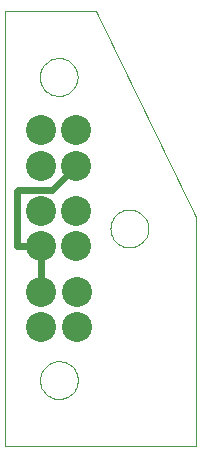
<source format=gtl>
G75*
G70*
%OFA0B0*%
%FSLAX24Y24*%
%IPPOS*%
%LPD*%
%AMOC8*
5,1,8,0,0,1.08239X$1,22.5*
%
%ADD10C,0.0000*%
%ADD11C,0.1000*%
%ADD12C,0.0240*%
D10*
X000101Y000110D02*
X000101Y014606D01*
X003101Y014610D01*
X003147Y014606D01*
X006471Y007756D01*
X006471Y000110D01*
X000101Y000110D01*
X001274Y002307D02*
X001276Y002357D01*
X001282Y002407D01*
X001292Y002456D01*
X001306Y002504D01*
X001323Y002551D01*
X001344Y002596D01*
X001369Y002640D01*
X001397Y002681D01*
X001429Y002720D01*
X001463Y002757D01*
X001500Y002791D01*
X001540Y002821D01*
X001582Y002848D01*
X001626Y002872D01*
X001672Y002893D01*
X001719Y002909D01*
X001767Y002922D01*
X001817Y002931D01*
X001866Y002936D01*
X001917Y002937D01*
X001967Y002934D01*
X002016Y002927D01*
X002065Y002916D01*
X002113Y002901D01*
X002159Y002883D01*
X002204Y002861D01*
X002247Y002835D01*
X002288Y002806D01*
X002327Y002774D01*
X002363Y002739D01*
X002395Y002701D01*
X002425Y002661D01*
X002452Y002618D01*
X002475Y002574D01*
X002494Y002528D01*
X002510Y002480D01*
X002522Y002431D01*
X002530Y002382D01*
X002534Y002332D01*
X002534Y002282D01*
X002530Y002232D01*
X002522Y002183D01*
X002510Y002134D01*
X002494Y002086D01*
X002475Y002040D01*
X002452Y001996D01*
X002425Y001953D01*
X002395Y001913D01*
X002363Y001875D01*
X002327Y001840D01*
X002288Y001808D01*
X002247Y001779D01*
X002204Y001753D01*
X002159Y001731D01*
X002113Y001713D01*
X002065Y001698D01*
X002016Y001687D01*
X001967Y001680D01*
X001917Y001677D01*
X001866Y001678D01*
X001817Y001683D01*
X001767Y001692D01*
X001719Y001705D01*
X001672Y001721D01*
X001626Y001742D01*
X001582Y001766D01*
X001540Y001793D01*
X001500Y001823D01*
X001463Y001857D01*
X001429Y001894D01*
X001397Y001933D01*
X001369Y001974D01*
X001344Y002018D01*
X001323Y002063D01*
X001306Y002110D01*
X001292Y002158D01*
X001282Y002207D01*
X001276Y002257D01*
X001274Y002307D01*
X003624Y007363D02*
X003626Y007413D01*
X003632Y007463D01*
X003642Y007512D01*
X003656Y007560D01*
X003673Y007607D01*
X003694Y007652D01*
X003719Y007696D01*
X003747Y007737D01*
X003779Y007776D01*
X003813Y007813D01*
X003850Y007847D01*
X003890Y007877D01*
X003932Y007904D01*
X003976Y007928D01*
X004022Y007949D01*
X004069Y007965D01*
X004117Y007978D01*
X004167Y007987D01*
X004216Y007992D01*
X004267Y007993D01*
X004317Y007990D01*
X004366Y007983D01*
X004415Y007972D01*
X004463Y007957D01*
X004509Y007939D01*
X004554Y007917D01*
X004597Y007891D01*
X004638Y007862D01*
X004677Y007830D01*
X004713Y007795D01*
X004745Y007757D01*
X004775Y007717D01*
X004802Y007674D01*
X004825Y007630D01*
X004844Y007584D01*
X004860Y007536D01*
X004872Y007487D01*
X004880Y007438D01*
X004884Y007388D01*
X004884Y007338D01*
X004880Y007288D01*
X004872Y007239D01*
X004860Y007190D01*
X004844Y007142D01*
X004825Y007096D01*
X004802Y007052D01*
X004775Y007009D01*
X004745Y006969D01*
X004713Y006931D01*
X004677Y006896D01*
X004638Y006864D01*
X004597Y006835D01*
X004554Y006809D01*
X004509Y006787D01*
X004463Y006769D01*
X004415Y006754D01*
X004366Y006743D01*
X004317Y006736D01*
X004267Y006733D01*
X004216Y006734D01*
X004167Y006739D01*
X004117Y006748D01*
X004069Y006761D01*
X004022Y006777D01*
X003976Y006798D01*
X003932Y006822D01*
X003890Y006849D01*
X003850Y006879D01*
X003813Y006913D01*
X003779Y006950D01*
X003747Y006989D01*
X003719Y007030D01*
X003694Y007074D01*
X003673Y007119D01*
X003656Y007166D01*
X003642Y007214D01*
X003632Y007263D01*
X003626Y007313D01*
X003624Y007363D01*
X001268Y012413D02*
X001270Y012463D01*
X001276Y012513D01*
X001286Y012562D01*
X001300Y012610D01*
X001317Y012657D01*
X001338Y012702D01*
X001363Y012746D01*
X001391Y012787D01*
X001423Y012826D01*
X001457Y012863D01*
X001494Y012897D01*
X001534Y012927D01*
X001576Y012954D01*
X001620Y012978D01*
X001666Y012999D01*
X001713Y013015D01*
X001761Y013028D01*
X001811Y013037D01*
X001860Y013042D01*
X001911Y013043D01*
X001961Y013040D01*
X002010Y013033D01*
X002059Y013022D01*
X002107Y013007D01*
X002153Y012989D01*
X002198Y012967D01*
X002241Y012941D01*
X002282Y012912D01*
X002321Y012880D01*
X002357Y012845D01*
X002389Y012807D01*
X002419Y012767D01*
X002446Y012724D01*
X002469Y012680D01*
X002488Y012634D01*
X002504Y012586D01*
X002516Y012537D01*
X002524Y012488D01*
X002528Y012438D01*
X002528Y012388D01*
X002524Y012338D01*
X002516Y012289D01*
X002504Y012240D01*
X002488Y012192D01*
X002469Y012146D01*
X002446Y012102D01*
X002419Y012059D01*
X002389Y012019D01*
X002357Y011981D01*
X002321Y011946D01*
X002282Y011914D01*
X002241Y011885D01*
X002198Y011859D01*
X002153Y011837D01*
X002107Y011819D01*
X002059Y011804D01*
X002010Y011793D01*
X001961Y011786D01*
X001911Y011783D01*
X001860Y011784D01*
X001811Y011789D01*
X001761Y011798D01*
X001713Y011811D01*
X001666Y011827D01*
X001620Y011848D01*
X001576Y011872D01*
X001534Y011899D01*
X001494Y011929D01*
X001457Y011963D01*
X001423Y012000D01*
X001391Y012039D01*
X001363Y012080D01*
X001338Y012124D01*
X001317Y012169D01*
X001300Y012216D01*
X001286Y012264D01*
X001276Y012313D01*
X001270Y012363D01*
X001268Y012413D01*
D11*
X001307Y010641D03*
X001307Y009460D03*
X001301Y007954D03*
X001301Y006772D03*
X001313Y005260D03*
X001313Y004079D03*
X002494Y004079D03*
X002494Y005260D03*
X002482Y006772D03*
X002482Y007954D03*
X002488Y009460D03*
X002488Y010641D03*
D12*
X002488Y009460D02*
X001688Y008660D01*
X000621Y008660D01*
X000599Y008659D01*
X000577Y008654D01*
X000556Y008647D01*
X000535Y008637D01*
X000517Y008625D01*
X000500Y008610D01*
X000501Y008610D02*
X000501Y006810D01*
X000591Y006772D02*
X001301Y006772D01*
X001301Y005272D01*
X001313Y005260D01*
X000591Y006772D02*
X000571Y006774D01*
X000551Y006778D01*
X000533Y006786D01*
X000516Y006796D01*
X000500Y006809D01*
M02*

</source>
